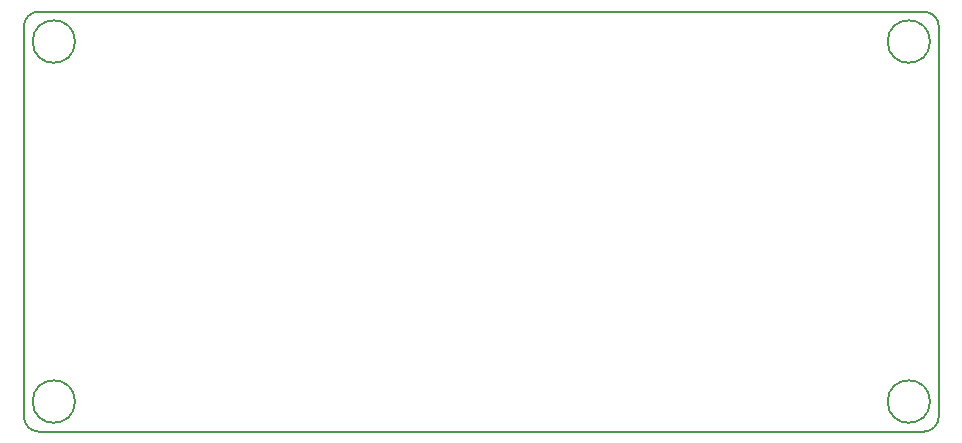
<source format=gbr>
G04 #@! TF.FileFunction,Profile,NP*
%FSLAX46Y46*%
G04 Gerber Fmt 4.6, Leading zero omitted, Abs format (unit mm)*
G04 Created by KiCad (PCBNEW 4.0.7) date 07/09/18 15:47:45*
%MOMM*%
%LPD*%
G01*
G04 APERTURE LIST*
%ADD10C,0.100000*%
%ADD11C,0.150000*%
G04 APERTURE END LIST*
D10*
D11*
X197376051Y-80010000D02*
G75*
G03X197376051Y-80010000I-1796051J0D01*
G01*
X124986051Y-80010000D02*
G75*
G03X124986051Y-80010000I-1796051J0D01*
G01*
X121920000Y-77470000D02*
G75*
G03X120650000Y-78740000I0J-1270000D01*
G01*
X198120000Y-78740000D02*
G75*
G03X196850000Y-77470000I-1270000J0D01*
G01*
X198120000Y-82550000D02*
X198120000Y-78740000D01*
X120650000Y-82550000D02*
X120650000Y-78740000D01*
X196850000Y-77470000D02*
X121920000Y-77470000D01*
X197376051Y-110490000D02*
G75*
G03X197376051Y-110490000I-1796051J0D01*
G01*
X124986051Y-110490000D02*
G75*
G03X124986051Y-110490000I-1796051J0D01*
G01*
X196850000Y-113030000D02*
G75*
G03X198120000Y-111760000I0J1270000D01*
G01*
X120650000Y-111760000D02*
G75*
G03X121920000Y-113030000I1270000J0D01*
G01*
X120650000Y-111760000D02*
X120650000Y-82550000D01*
X196850000Y-113030000D02*
X121920000Y-113030000D01*
X198120000Y-82550000D02*
X198120000Y-111760000D01*
M02*

</source>
